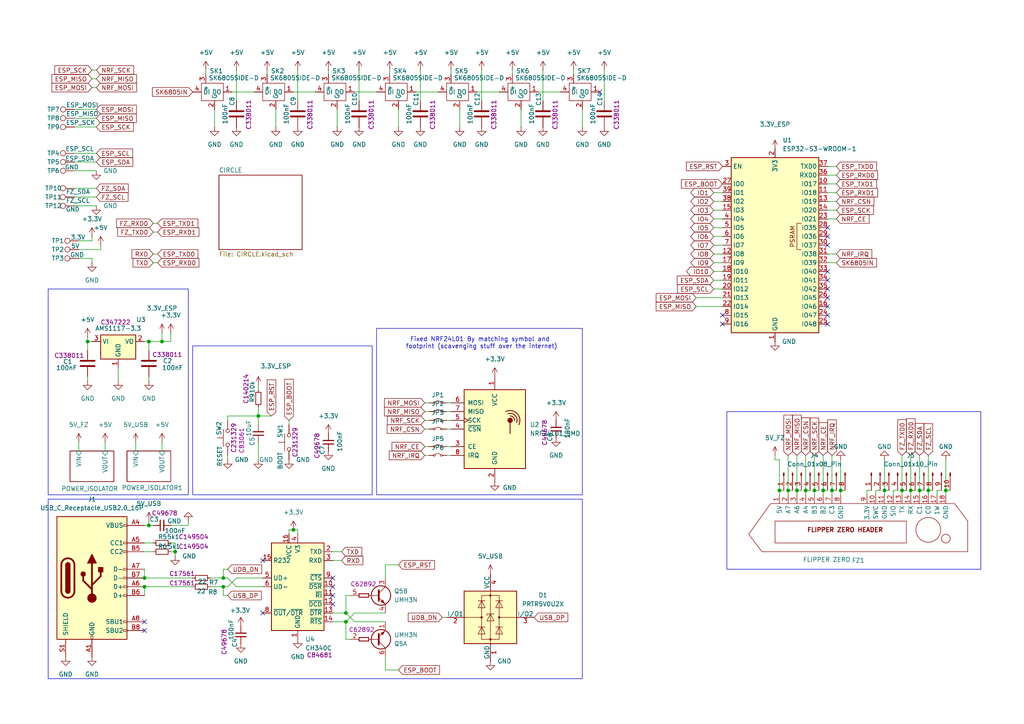
<source format=kicad_sch>
(kicad_sch (version 20231120) (generator "eeschema") (generator_version "8.0")
  (paper "A4")
  (junction (at 238.76 142.24))
  (junction (at 43.18 99.06))
  (junction (at 25.4 99.06))
  (junction (at 241.3 142.24))
  (junction (at 64.77 170.18))
  (junction (at 233.68 142.24))
  (junction (at 41.91 167.64))
  (junction (at 43.18 152.4))
  (junction (at 231.14 142.24))
  (junction (at 274.32 142.24))
  (junction (at 85.09 153.67))
  (junction (at 264.16 142.24))
  (junction (at 74.93 120.65))
  (junction (at 50.8 160.02))
  (junction (at 46.99 99.06))
  (junction (at 236.22 142.24))
  (junction (at 266.7 142.24))
  (junction (at 100.33 177.8))
  (junction (at 243.84 142.24))
  (junction (at 100.33 180.34))
  (junction (at 64.77 167.64))
  (junction (at 269.24 142.24))
  (junction (at 256.54 142.24))
  (junction (at 228.6 142.24))
  (junction (at 226.06 142.24))
  (junction (at 41.91 170.18))
  (junction (at 261.62 142.24))
  (no_connect (at 240.03 68.58))
  (no_connect (at 240.03 91.44))
  (no_connect (at 173.99 26.67))
  (no_connect (at 240.03 78.74))
  (no_connect (at 76.2 162.56))
  (no_connect (at 209.55 93.98))
  (no_connect (at 41.91 180.34))
  (no_connect (at 96.52 167.64))
  (no_connect (at 240.03 83.82))
  (no_connect (at 96.52 170.18))
  (no_connect (at 96.52 175.26))
  (no_connect (at 96.52 172.72))
  (no_connect (at 209.55 91.44))
  (no_connect (at 41.91 182.88))
  (no_connect (at 240.03 81.28))
  (no_connect (at 240.03 66.04))
  (no_connect (at 76.2 177.8))
  (no_connect (at 240.03 71.12))
  (no_connect (at 240.03 86.36))
  (no_connect (at 240.03 88.9))
  (no_connect (at 240.03 93.98))
  (wire (pts (xy 133.35 31.75) (xy 133.35 36.83)))
  (wire (pts (xy 41.91 157.48) (xy 44.45 157.48)))
  (wire (pts (xy 207.01 73.66) (xy 209.55 73.66)))
  (wire (pts (xy 100.33 185.42) (xy 101.6 185.42)))
  (wire (pts (xy 46.99 96.52) (xy 46.99 99.06)))
  (wire (pts (xy 41.91 99.06) (xy 43.18 99.06)))
  (wire (pts (xy 41.91 167.64) (xy 55.88 167.64)))
  (wire (pts (xy 148.59 20.32) (xy 148.59 21.59)))
  (wire (pts (xy 96.52 177.8) (xy 100.33 177.8)))
  (wire (pts (xy 231.14 142.24) (xy 231.14 143.51)))
  (wire (pts (xy 83.82 154.94) (xy 83.82 153.67)))
  (wire (pts (xy 102.87 26.67) (xy 109.22 26.67)))
  (wire (pts (xy 39.37 128.27) (xy 39.37 130.81)))
  (wire (pts (xy 66.04 167.64) (xy 68.58 170.18)))
  (wire (pts (xy 29.21 72.39) (xy 29.21 71.12)))
  (wire (pts (xy 34.29 110.49) (xy 34.29 106.68)))
  (wire (pts (xy 26.67 69.85) (xy 26.67 68.58)))
  (wire (pts (xy 264.16 132.08) (xy 264.16 142.24)))
  (wire (pts (xy 207.01 58.42) (xy 209.55 58.42)))
  (wire (pts (xy 266.7 142.24) (xy 266.7 143.51)))
  (wire (pts (xy 138.43 26.67) (xy 144.78 26.67)))
  (wire (pts (xy 43.18 152.4) (xy 44.45 152.4)))
  (wire (pts (xy 123.19 132.08) (xy 124.46 132.08)))
  (wire (pts (xy 241.3 132.08) (xy 241.3 142.24)))
  (wire (pts (xy 41.91 152.4) (xy 43.18 152.4)))
  (wire (pts (xy 43.18 110.49) (xy 43.18 109.22)))
  (wire (pts (xy 64.77 165.1) (xy 64.77 167.64)))
  (wire (pts (xy 123.19 121.92) (xy 124.46 121.92)))
  (wire (pts (xy 74.93 120.65) (xy 74.93 123.19)))
  (wire (pts (xy 274.32 142.24) (xy 274.32 143.51)))
  (wire (pts (xy 102.87 180.34) (xy 111.76 180.34)))
  (wire (pts (xy 242.57 76.2) (xy 240.03 76.2)))
  (wire (pts (xy 274.32 133.35) (xy 274.32 142.24)))
  (wire (pts (xy 46.99 130.81) (xy 46.99 128.27)))
  (wire (pts (xy 25.4 97.79) (xy 25.4 99.06)))
  (wire (pts (xy 86.36 20.32) (xy 86.36 29.21)))
  (wire (pts (xy 233.68 142.24) (xy 233.68 143.51)))
  (wire (pts (xy 41.91 165.1) (xy 41.91 167.64)))
  (wire (pts (xy 74.93 111.76) (xy 74.93 113.03)))
  (wire (pts (xy 46.99 99.06) (xy 49.53 99.06)))
  (wire (pts (xy 44.45 76.2) (xy 45.72 76.2)))
  (wire (pts (xy 207.01 63.5) (xy 209.55 63.5)))
  (wire (pts (xy 269.24 142.24) (xy 269.24 143.51)))
  (wire (pts (xy 271.78 142.24) (xy 271.78 143.51)))
  (wire (pts (xy 68.58 167.64) (xy 76.2 167.64)))
  (wire (pts (xy 264.16 142.24) (xy 264.16 143.51)))
  (wire (pts (xy 27.94 57.15) (xy 21.59 57.15)))
  (wire (pts (xy 261.62 142.24) (xy 261.62 143.51)))
  (wire (pts (xy 62.23 31.75) (xy 62.23 36.83)))
  (wire (pts (xy 139.7 20.32) (xy 139.7 29.21)))
  (wire (pts (xy 266.7 132.08) (xy 266.7 142.24)))
  (wire (pts (xy 123.19 119.38) (xy 124.46 119.38)))
  (wire (pts (xy 60.96 167.64) (xy 64.77 167.64)))
  (wire (pts (xy 66.04 172.72) (xy 64.77 172.72)))
  (wire (pts (xy 49.53 157.48) (xy 50.8 157.48)))
  (wire (pts (xy 74.93 128.27) (xy 74.93 133.35)))
  (wire (pts (xy 49.53 96.52) (xy 49.53 99.06)))
  (wire (pts (xy 97.79 31.75) (xy 97.79 36.83)))
  (wire (pts (xy 26.67 20.32) (xy 27.94 20.32)))
  (wire (pts (xy 111.76 163.83) (xy 115.57 163.83)))
  (wire (pts (xy 207.01 66.04) (xy 209.55 66.04)))
  (wire (pts (xy 50.8 160.02) (xy 50.8 161.29)))
  (wire (pts (xy 242.57 73.66) (xy 240.03 73.66)))
  (wire (pts (xy 251.46 142.24) (xy 252.73 142.24)))
  (wire (pts (xy 129.54 121.92) (xy 130.81 121.92)))
  (wire (pts (xy 261.62 142.24) (xy 262.89 142.24)))
  (wire (pts (xy 120.65 26.67) (xy 127 26.67)))
  (wire (pts (xy 123.19 116.84) (xy 124.46 116.84)))
  (wire (pts (xy 241.3 142.24) (xy 242.57 142.24)))
  (wire (pts (xy 66.04 120.65) (xy 74.93 120.65)))
  (wire (pts (xy 129.54 119.38) (xy 130.81 119.38)))
  (wire (pts (xy 201.93 88.9) (xy 209.55 88.9)))
  (wire (pts (xy 26.67 74.93) (xy 26.67 76.2)))
  (wire (pts (xy 64.77 167.64) (xy 66.04 167.64)))
  (wire (pts (xy 254 142.24) (xy 254 143.51)))
  (wire (pts (xy 242.57 50.8) (xy 240.03 50.8)))
  (wire (pts (xy 242.57 48.26) (xy 240.03 48.26)))
  (wire (pts (xy 274.32 142.24) (xy 275.59 142.24)))
  (wire (pts (xy 236.22 142.24) (xy 237.49 142.24)))
  (wire (pts (xy 129.54 116.84) (xy 130.81 116.84)))
  (wire (pts (xy 233.68 142.24) (xy 234.95 142.24)))
  (wire (pts (xy 44.45 67.31) (xy 45.72 67.31)))
  (wire (pts (xy 50.8 160.02) (xy 49.53 160.02)))
  (wire (pts (xy 43.18 151.13) (xy 43.18 152.4)))
  (wire (pts (xy 243.84 142.24) (xy 245.11 142.24)))
  (wire (pts (xy 242.57 53.34) (xy 240.03 53.34)))
  (wire (pts (xy 207.01 83.82) (xy 209.55 83.82)))
  (wire (pts (xy 156.21 26.67) (xy 162.56 26.67)))
  (wire (pts (xy 242.57 60.96) (xy 240.03 60.96)))
  (wire (pts (xy 25.4 110.49) (xy 25.4 109.22)))
  (wire (pts (xy 100.33 177.8) (xy 102.87 180.34)))
  (wire (pts (xy 21.59 36.83) (xy 27.94 36.83)))
  (wire (pts (xy 123.19 129.54) (xy 124.46 129.54)))
  (wire (pts (xy 207.01 68.58) (xy 209.55 68.58)))
  (wire (pts (xy 83.82 121.92) (xy 83.82 123.19)))
  (wire (pts (xy 100.33 172.72) (xy 101.6 172.72)))
  (wire (pts (xy 260.35 142.24) (xy 259.08 142.24)))
  (wire (pts (xy 67.31 26.67) (xy 73.66 26.67)))
  (wire (pts (xy 95.25 20.32) (xy 95.25 21.59)))
  (wire (pts (xy 96.52 180.34) (xy 100.33 180.34)))
  (wire (pts (xy 83.82 153.67) (xy 85.09 153.67)))
  (wire (pts (xy 66.04 121.92) (xy 66.04 120.65)))
  (wire (pts (xy 121.92 20.32) (xy 121.92 29.21)))
  (wire (pts (xy 74.93 118.11) (xy 74.93 120.65)))
  (wire (pts (xy 228.6 132.08) (xy 228.6 142.24)))
  (wire (pts (xy 175.26 20.32) (xy 175.26 29.21)))
  (wire (pts (xy 111.76 190.5) (xy 111.76 194.31)))
  (wire (pts (xy 46.99 99.06) (xy 43.18 99.06)))
  (wire (pts (xy 26.67 25.4) (xy 27.94 25.4)))
  (wire (pts (xy 228.6 142.24) (xy 228.6 143.51)))
  (wire (pts (xy 236.22 132.08) (xy 236.22 142.24)))
  (wire (pts (xy 68.58 20.32) (xy 68.58 29.21)))
  (wire (pts (xy 86.36 153.67) (xy 86.36 154.94)))
  (wire (pts (xy 266.7 142.24) (xy 267.97 142.24)))
  (wire (pts (xy 224.79 132.08) (xy 224.79 133.35)))
  (wire (pts (xy 100.33 180.34) (xy 100.33 185.42)))
  (wire (pts (xy 96.52 160.02) (xy 99.06 160.02)))
  (wire (pts (xy 166.37 20.32) (xy 166.37 21.59)))
  (wire (pts (xy 168.91 31.75) (xy 168.91 36.83)))
  (wire (pts (xy 30.48 130.81) (xy 30.48 128.27)))
  (wire (pts (xy 44.45 64.77) (xy 45.72 64.77)))
  (wire (pts (xy 66.04 132.08) (xy 66.04 133.35)))
  (wire (pts (xy 21.59 31.75) (xy 27.94 31.75)))
  (wire (pts (xy 207.01 78.74) (xy 209.55 78.74)))
  (wire (pts (xy 129.54 124.46) (xy 130.81 124.46)))
  (wire (pts (xy 22.86 72.39) (xy 29.21 72.39)))
  (wire (pts (xy 254 142.24) (xy 255.27 142.24)))
  (wire (pts (xy 233.68 132.08) (xy 233.68 142.24)))
  (wire (pts (xy 226.06 133.35) (xy 226.06 142.24)))
  (wire (pts (xy 100.33 172.72) (xy 100.33 177.8)))
  (wire (pts (xy 41.91 170.18) (xy 41.91 172.72)))
  (wire (pts (xy 115.57 31.75) (xy 115.57 36.83)))
  (wire (pts (xy 259.08 142.24) (xy 259.08 143.51)))
  (wire (pts (xy 22.86 128.27) (xy 22.86 130.81)))
  (wire (pts (xy 27.94 59.69) (xy 21.59 59.69)))
  (wire (pts (xy 66.04 165.1) (xy 64.77 165.1)))
  (wire (pts (xy 59.69 20.32) (xy 59.69 21.59)))
  (wire (pts (xy 41.91 160.02) (xy 44.45 160.02)))
  (wire (pts (xy 54.61 152.4) (xy 49.53 152.4)))
  (wire (pts (xy 21.59 46.99) (xy 27.94 46.99)))
  (wire (pts (xy 269.24 142.24) (xy 270.51 142.24)))
  (wire (pts (xy 104.14 20.32) (xy 104.14 29.21)))
  (wire (pts (xy 85.09 153.67) (xy 86.36 153.67)))
  (wire (pts (xy 207.01 71.12) (xy 209.55 71.12)))
  (wire (pts (xy 256.54 142.24) (xy 257.81 142.24)))
  (wire (pts (xy 64.77 170.18) (xy 60.96 170.18)))
  (wire (pts (xy 50.8 157.48) (xy 50.8 160.02)))
  (wire (pts (xy 129.54 132.08) (xy 130.81 132.08)))
  (wire (pts (xy 269.24 132.08) (xy 269.24 142.24)))
  (wire (pts (xy 236.22 142.24) (xy 236.22 143.51)))
  (wire (pts (xy 231.14 142.24) (xy 232.41 142.24)))
  (wire (pts (xy 85.09 26.67) (xy 91.44 26.67)))
  (wire (pts (xy 242.57 63.5) (xy 240.03 63.5)))
  (wire (pts (xy 201.93 86.36) (xy 209.55 86.36)))
  (wire (pts (xy 238.76 142.24) (xy 240.03 142.24)))
  (wire (pts (xy 22.86 74.93) (xy 26.67 74.93)))
  (wire (pts (xy 226.06 142.24) (xy 226.06 143.51)))
  (wire (pts (xy 256.54 142.24) (xy 256.54 143.51)))
  (wire (pts (xy 231.14 132.08) (xy 231.14 142.24)))
  (wire (pts (xy 66.04 170.18) (xy 64.77 170.18)))
  (wire (pts (xy 21.59 34.29) (xy 27.94 34.29)))
  (wire (pts (xy 207.01 76.2) (xy 209.55 76.2)))
  (wire (pts (xy 64.77 172.72) (xy 64.77 170.18)))
  (wire (pts (xy 151.13 31.75) (xy 151.13 36.83)))
  (wire (pts (xy 27.94 54.61) (xy 21.59 54.61)))
  (wire (pts (xy 256.54 133.35) (xy 256.54 142.24)))
  (wire (pts (xy 96.52 162.56) (xy 99.06 162.56)))
  (wire (pts (xy 43.18 99.06) (xy 43.18 101.6)))
  (wire (pts (xy 129.54 129.54) (xy 130.81 129.54)))
  (wire (pts (xy 77.47 20.32) (xy 77.47 21.59)))
  (wire (pts (xy 80.01 31.75) (xy 80.01 36.83)))
  (wire (pts (xy 102.87 177.8) (xy 100.33 180.34)))
  (wire (pts (xy 74.93 120.65) (xy 78.74 120.65)))
  (wire (pts (xy 21.59 49.53) (xy 27.94 49.53)))
  (wire (pts (xy 207.01 60.96) (xy 209.55 60.96)))
  (wire (pts (xy 238.76 132.08) (xy 238.76 142.24)))
  (wire (pts (xy 207.01 55.88) (xy 209.55 55.88)))
  (wire (pts (xy 242.57 55.88) (xy 240.03 55.88)))
  (wire (pts (xy 41.91 170.18) (xy 55.88 170.18)))
  (wire (pts (xy 207.01 81.28) (xy 209.55 81.28)))
  (wire (pts (xy 243.84 133.35) (xy 243.84 142.24)))
  (wire (pts (xy 261.62 132.08) (xy 261.62 142.24)))
  (wire (pts (xy 264.16 142.24) (xy 265.43 142.24)))
  (wire (pts (xy 242.57 58.42) (xy 240.03 58.42)))
  (wire (pts (xy 54.61 151.13) (xy 54.61 152.4)))
  (wire (pts (xy 26.67 22.86) (xy 27.94 22.86)))
  (wire (pts (xy 26.67 99.06) (xy 25.4 99.06)))
  (wire (pts (xy 251.46 142.24) (xy 251.46 143.51)))
  (wire (pts (xy 226.06 142.24) (xy 227.33 142.24)))
  (wire (pts (xy 224.79 133.35) (xy 226.06 133.35)))
  (wire (pts (xy 273.05 142.24) (xy 271.78 142.24)))
  (wire (pts (xy 130.81 20.32) (xy 130.81 21.59)))
  (wire (pts (xy 25.4 99.06) (xy 25.4 101.6)))
  (wire (pts (xy 157.48 20.32) (xy 157.48 29.21)))
  (wire (pts (xy 228.6 142.24) (xy 229.87 142.24)))
  (wire (pts (xy 21.59 44.45) (xy 27.94 44.45)))
  (wire (pts (xy 111.76 167.64) (xy 111.76 163.83)))
  (wire (pts (xy 44.45 73.66) (xy 45.72 73.66)))
  (wire (pts (xy 113.03 20.32) (xy 113.03 21.59)))
  (wire (pts (xy 68.58 170.18) (xy 76.2 170.18)))
  (wire (pts (xy 111.76 177.8) (xy 102.87 177.8)))
  (wire (pts (xy 129.54 179.07) (xy 128.27 179.07)))
  (wire (pts (xy 22.86 69.85) (xy 26.67 69.85)))
  (wire (pts (xy 68.58 167.64) (xy 66.04 170.18)))
  (wire (pts (xy 238.76 142.24) (xy 238.76 143.51)))
  (wire (pts (xy 243.84 142.24) (xy 243.84 143.51)))
  (wire (pts (xy 123.19 124.46) (xy 124.46 124.46)))
  (wire (pts (xy 111.76 194.31) (xy 115.57 194.31)))
  (wire (pts (xy 241.3 142.24) (xy 241.3 143.51)))
  (rectangle (start 55.88 100.33) (end 107.95 143.51))
  (rectangle (start 13.97 83.82) (end 54.61 143.51))
  (rectangle (start 109.22 95.25) (end 168.91 143.51))
  (rectangle (start 210.82 119.38) (end 284.48 165.1))
  (rectangle (start 13.97 144.78) (end 168.91 196.85))
  (text "Fixed NRF24L01 By matching symbol and \nfootprint (scavenging stuff over the internet)" (at 139.7 99.568 0) (effects (font (size 1.27 1.27))))
  (global_label "ESP_SDA" (shape input) (at 27.94 46.99 0) (property "Intersheetrefs" "${INTERSHEET_REFS}" (effects (hide yes))))
  (global_label "NRF_MOSI" (shape input) (at 27.94 25.4 0) (property "Intersheetrefs" "${INTERSHEET_REFS}" (effects (hide yes))))
  (global_label "NRF_CSN" (shape input) (at 123.19 124.46 180) (property "Intersheetrefs" "${INTERSHEET_REFS}" (effects (hide yes))))
  (global_label "ESP_SCL" (shape input) (at 27.94 44.45 0) (property "Intersheetrefs" "${INTERSHEET_REFS}" (effects (hide yes))))
  (global_label "ESP_RXD0" (shape input) (at 242.57 50.8 0) (property "Intersheetrefs" "${INTERSHEET_REFS}" (effects (hide yes))))
  (global_label "FZ_RXD0" (shape input) (at 264.16 132.08 90) (property "Intersheetrefs" "${INTERSHEET_REFS}" (effects (hide yes))))
  (global_label "ESP_RXD1" (shape input) (at 45.72 67.31 0) (property "Intersheetrefs" "${INTERSHEET_REFS}" (effects (hide yes))))
  (global_label "IO10" (shape bidirectional) (at 207.01 78.74 180) (property "Intersheetrefs" "${INTERSHEET_REFS}" (effects (hide yes))))
  (global_label "ESP_RXD1" (shape input) (at 242.57 55.88 0) (property "Intersheetrefs" "${INTERSHEET_REFS}" (effects (hide yes))))
  (global_label "ESP_SCK" (shape input) (at 26.67 20.32 180) (property "Intersheetrefs" "${INTERSHEET_REFS}" (effects (hide yes))))
  (global_label "ESP_MOSI" (shape input) (at 201.93 86.36 180) (property "Intersheetrefs" "${INTERSHEET_REFS}" (effects (hide yes))))
  (global_label "ESP_MOSI" (shape input) (at 26.67 25.4 180) (property "Intersheetrefs" "${INTERSHEET_REFS}" (effects (hide yes))))
  (global_label "TXD" (shape input) (at 44.45 76.2 180) (property "Intersheetrefs" "${INTERSHEET_REFS}" (effects (hide yes))))
  (global_label "NRF_MISO" (shape input) (at 27.94 22.86 0) (property "Intersheetrefs" "${INTERSHEET_REFS}" (effects (hide yes))))
  (global_label "NRF_SCK" (shape input) (at 27.94 20.32 0) (property "Intersheetrefs" "${INTERSHEET_REFS}" (effects (hide yes))))
  (global_label "FZ_RXD0" (shape input) (at 44.45 64.77 180) (property "Intersheetrefs" "${INTERSHEET_REFS}" (effects (hide yes))))
  (global_label "IO1" (shape bidirectional) (at 207.01 55.88 180) (property "Intersheetrefs" "${INTERSHEET_REFS}" (effects (hide yes))))
  (global_label "ESP_BOOT" (shape input) (at 209.55 53.34 180) (property "Intersheetrefs" "${INTERSHEET_REFS}" (effects (hide yes))))
  (global_label "ESP_MISO" (shape input) (at 27.94 34.29 0) (property "Intersheetrefs" "${INTERSHEET_REFS}" (effects (hide yes))))
  (global_label "ESP_BOOT" (shape input) (at 115.57 194.31 0) (property "Intersheetrefs" "${INTERSHEET_REFS}" (effects (hide yes))))
  (global_label "NRF_IRQ" (shape input) (at 241.3 132.08 90) (property "Intersheetrefs" "${INTERSHEET_REFS}" (effects (hide yes))))
  (global_label "ESP_SCK" (shape input) (at 242.57 60.96 0) (property "Intersheetrefs" "${INTERSHEET_REFS}" (effects (hide yes))))
  (global_label "NRF_MOSI" (shape input) (at 123.19 116.84 180) (property "Intersheetrefs" "${INTERSHEET_REFS}" (effects (hide yes))))
  (global_label "IO3" (shape bidirectional) (at 207.01 60.96 180) (property "Intersheetrefs" "${INTERSHEET_REFS}" (effects (hide yes))))
  (global_label "ESP_RST" (shape input) (at 78.74 120.65 90) (property "Intersheetrefs" "${INTERSHEET_REFS}" (effects (hide yes))))
  (global_label "TXD" (shape input) (at 99.06 160.02 0) (property "Intersheetrefs" "${INTERSHEET_REFS}" (effects (hide yes))))
  (global_label "ESP_SCK" (shape input) (at 27.94 36.83 0) (property "Intersheetrefs" "${INTERSHEET_REFS}" (effects (hide yes))))
  (global_label "NRF_SCK" (shape input) (at 236.22 132.08 90) (property "Intersheetrefs" "${INTERSHEET_REFS}" (effects (hide yes))))
  (global_label "UDB_DN" (shape input) (at 128.27 179.07 180) (property "Intersheetrefs" "${INTERSHEET_REFS}" (effects (hide yes))))
  (global_label "NRF_MOSI" (shape input) (at 228.6 132.08 90) (property "Intersheetrefs" "${INTERSHEET_REFS}" (effects (hide yes))))
  (global_label "FZ_SDA" (shape input) (at 27.94 54.61 0) (property "Intersheetrefs" "${INTERSHEET_REFS}" (effects (hide yes))))
  (global_label "RXD" (shape input) (at 44.45 73.66 180) (property "Intersheetrefs" "${INTERSHEET_REFS}" (effects (hide yes))))
  (global_label "NRF_MISO" (shape input) (at 123.19 119.38 180) (property "Intersheetrefs" "${INTERSHEET_REFS}" (effects (hide yes))))
  (global_label "ESP_RST" (shape input) (at 115.57 163.83 0) (property "Intersheetrefs" "${INTERSHEET_REFS}" (effects (hide yes))))
  (global_label "NRF_CSN" (shape input) (at 233.68 132.08 90) (property "Intersheetrefs" "${INTERSHEET_REFS}" (effects (hide yes))))
  (global_label "UDB_DN" (shape input) (at 66.04 165.1 0) (property "Intersheetrefs" "${INTERSHEET_REFS}" (effects (hide yes))))
  (global_label "ESP_RST" (shape input) (at 209.55 48.26 180) (property "Intersheetrefs" "${INTERSHEET_REFS}" (effects (hide yes))))
  (global_label "NRF_CSN" (shape input) (at 242.57 58.42 0) (property "Intersheetrefs" "${INTERSHEET_REFS}" (effects (hide yes))))
  (global_label "ESP_TXD1" (shape input) (at 45.72 64.77 0) (property "Intersheetrefs" "${INTERSHEET_REFS}" (effects (hide yes))))
  (global_label "NRF_SCK" (shape input) (at 123.19 121.92 180) (property "Intersheetrefs" "${INTERSHEET_REFS}" (effects (hide yes))))
  (global_label "IO8" (shape bidirectional) (at 207.01 73.66 180) (property "Intersheetrefs" "${INTERSHEET_REFS}" (effects (hide yes))))
  (global_label "ESP_TXD1" (shape input) (at 242.57 53.34 0) (property "Intersheetrefs" "${INTERSHEET_REFS}" (effects (hide yes))))
  (global_label "ESP_SDA" (shape input) (at 207.01 81.28 180) (property "Intersheetrefs" "${INTERSHEET_REFS}" (effects (hide yes))))
  (global_label "IO6" (shape bidirectional) (at 207.01 68.58 180) (property "Intersheetrefs" "${INTERSHEET_REFS}" (effects (hide yes))))
  (global_label "FZ_SCL" (shape input) (at 27.94 57.15 0) (property "Intersheetrefs" "${INTERSHEET_REFS}" (effects (hide yes))))
  (global_label "NRF_CE" (shape input) (at 123.19 129.54 180) (property "Intersheetrefs" "${INTERSHEET_REFS}" (effects (hide yes))))
  (global_label "FZ_SCL" (shape input) (at 269.24 132.08 90) (property "Intersheetrefs" "${INTERSHEET_REFS}" (effects (hide yes))))
  (global_label "ESP_MOSI" (shape input) (at 27.94 31.75 0) (property "Intersheetrefs" "${INTERSHEET_REFS}" (effects (hide yes))))
  (global_label "NRF_IRQ" (shape input) (at 242.57 73.66 0) (property "Intersheetrefs" "${INTERSHEET_REFS}" (effects (hide yes))))
  (global_label "ESP_BOOT" (shape input) (at 83.82 121.92 90) (property "Intersheetrefs" "${INTERSHEET_REFS}" (effects (hide yes))))
  (global_label "ESP_RXD0" (shape input) (at 45.72 76.2 0) (property "Intersheetrefs" "${INTERSHEET_REFS}" (effects (hide yes))))
  (global_label "NRF_CE" (shape input) (at 242.57 63.5 0) (property "Intersheetrefs" "${INTERSHEET_REFS}" (effects (hide yes))))
  (global_label "IO5" (shape bidirectional) (at 207.01 66.04 180) (property "Intersheetrefs" "${INTERSHEET_REFS}" (effects (hide yes))))
  (global_label "ESP_TXD0" (shape input) (at 45.72 73.66 0) (property "Intersheetrefs" "${INTERSHEET_REFS}" (effects (hide yes))))
  (global_label "SK6805IN" (shape input) (at 242.57 76.2 0) (property "Intersheetrefs" "${INTERSHEET_REFS}" (effects (hide yes))))
  (global_label "NRF_MISO" (shape input) (at 231.14 132.08 90) (property "Intersheetrefs" "${INTERSHEET_REFS}" (effects (hide yes))))
  (global_label "ESP_SCL" (shape input) (at 207.01 83.82 180) (property "Intersheetrefs" "${INTERSHEET_REFS}" (effects (hide yes))))
  (global_label "IO2" (shape bidirectional) (at 207.01 58.42 180) (property "Intersheetrefs" "${INTERSHEET_REFS}" (effects (hide yes))))
  (global_label "RXD" (shape input) (at 99.06 162.56 0) (property "Intersheetrefs" "${INTERSHEET_REFS}" (effects (hide yes))))
  (global_label "NRF_IRQ" (shape input) (at 123.19 132.08 180) (property "Intersheetrefs" "${INTERSHEET_REFS}" (effects (hide yes))))
  (global_label "FZ_SDA" (shape input) (at 266.7 132.08 90) (property "Intersheetrefs" "${INTERSHEET_REFS}" (effects (hide yes))))
  (global_label "ESP_MISO" (shape input) (at 26.67 22.86 180) (property "Intersheetrefs" "${INTERSHEET_REFS}" (effects (hide yes))))
  (global_label "IO4" (shape bidirectional) (at 207.01 63.5 180) (property "Intersheetrefs" "${INTERSHEET_REFS}" (effects (hide yes))))
  (global_label "NRF_CE" (shape input) (at 238.76 132.08 90) (property "Intersheetrefs" "${INTERSHEET_REFS}" (effects (hide yes))))
  (global_label "USB_DP" (shape input) (at 66.04 172.72 0) (property "Intersheetrefs" "${INTERSHEET_REFS}" (effects (hide yes))))
  (global_label "SK6805IN" (shape input) (at 55.88 26.67 180) (property "Intersheetrefs" "${INTERSHEET_REFS}" (effects (hide yes))))
  (global_label "FZ_TXD0" (shape input) (at 261.62 132.08 90) (property "Intersheetrefs" "${INTERSHEET_REFS}" (effects (hide yes))))
  (global_label "ESP_TXD0" (shape input) (at 242.57 48.26 0) (property "Intersheetrefs" "${INTERSHEET_REFS}" (effects (hide yes))))
  (global_label "ESP_MISO" (shape input) (at 201.93 88.9 180) (property "Intersheetrefs" "${INTERSHEET_REFS}" (effects (hide yes))))
  (global_label "USB_DP" (shape input) (at 154.94 179.07 0) (property "Intersheetrefs" "${INTERSHEET_REFS}" (effects (hide yes))))
  (global_label "IO9" (shape bidirectional) (at 207.01 76.2 180) (property "Intersheetrefs" "${INTERSHEET_REFS}" (effects (hide yes))))
  (global_label "IO7" (shape bidirectional) (at 207.01 71.12 180) (property "Intersheetrefs" "${INTERSHEET_REFS}" (effects (hide yes))))
  (global_label "FZ_TXD0" (shape input) (at 44.45 67.31 180) (property "Intersheetrefs" "${INTERSHEET_REFS}" (effects (hide yes))))
  (symbol (lib_id "power:GND") (at 86.36 36.83 0) (unit 1)
    (property "Reference" "#PWR054" (effects (hide yes)))
    (property "Value" "GND" (at 86.36 41.91 0))
    (property "Description" "Power symbol creates a global label with name \"GND\" , ground" (effects (hide yes)))
  )
  (symbol (lib_id "power:GND") (at 19.05 190.5 0) (unit 1)
    (property "Reference" "#PWR019" (effects (hide yes)))
    (property "Value" "GND" (at 19.05 195.58 0))
    (property "Description" "Power symbol creates a global label with name \"GND\" , ground" (effects (hide yes)))
  )
  (symbol (lib_id "power:GND") (at 62.23 36.83 0) (unit 1)
    (property "Reference" "#PWR049" (effects (hide yes)))
    (property "Value" "GND" (at 62.23 41.91 0))
    (property "Description" "Power symbol creates a global label with name \"GND\" , ground" (effects (hide yes)))
  )
  (symbol (lib_id "Connector:TestPoint") (at 21.59 46.99 90) (unit 1)
    (property "Reference" "TP5" (at 15.494 46.99 90))
    (property "Value" "ESP_SDA" (at 23.114 45.974 90))
    (property "Footprint" "TestPoint:TestPoint_Pad_D2.5mm" (effects (hide yes)))
    (property "Description" "test point" (effects (hide yes)))
  )
  (symbol (lib_id "power:+5V") (at 157.48 20.32 0) (unit 1)
    (property "Reference" "#PWR069" (effects (hide yes)))
    (property "Value" "+5V" (at 157.48 15.24 0))
    (property "Description" "Power symbol creates a global label with name \"+5V\"" (effects (hide yes)))
  )
  (symbol (lib_id "power:+3.3V") (at 143.51 109.22 0) (unit 1)
    (property "Reference" "#PWR017" (effects (hide yes)))
    (property "Value" "+3.3V" (at 143.51 104.14 0))
    (property "Description" "Power symbol creates a global label with name \"+3.3V\"" (effects (hide yes)))
  )
  (symbol (lib_id "power:+5V") (at 29.21 71.12 0) (unit 1)
    (property "Reference" "#PWR030" (effects (hide yes)))
    (property "Value" "+5V" (at 29.21 66.04 0))
    (property "Description" "Power symbol creates a global label with name \"+5V\"" (effects (hide yes)))
  )
  (symbol (lib_id "power:GND") (at 83.82 133.35 0) (unit 1)
    (property "Reference" "#PWR032" (effects (hide yes)))
    (property "Value" "GND" (at 87.884 133.35 0))
    (property "Description" "Power symbol creates a global label with name \"GND\" , ground" (effects (hide yes)))
  )
  (symbol (lib_id "power:+5V") (at 30.48 128.27 0) (unit 1)
    (property "Reference" "#PWR010" (effects (hide yes)))
    (property "Value" "+5V" (at 30.48 123.19 0))
    (property "Description" "Power symbol creates a global label with name \"+5V\"" (effects (hide yes)))
  )
  (symbol (lib_id "Device:C") (at 25.4 105.41 0) (unit 1)
    (property "Reference" "C1" (at 18.288 104.902 0) (effects (justify left)))
    (property "Value" "100nF" (at 16.256 106.68 0) (effects (justify left)))
    (property "Footprint" "Capacitor_SMD:C_0402_1005Metric" (effects (hide yes)))
    (property "Datasheet" "https://jlcpcb.com/partdetail/Tdk-C1005X5R1C104KT000F/C338011" (effects (hide yes)))
    (property "Description" "Unpolarized capacitor" (effects (hide yes)))
    (property "JLCPCB" "C338011" (at 20.066 103.124 0))
  )
  (symbol (lib_id "Connector:TestPoint") (at 21.59 54.61 90) (unit 1)
    (property "Reference" "TP10" (at 15.494 54.61 90))
    (property "Value" "FZ_SDA" (at 22.606 55.626 90))
    (property "Footprint" "TestPoint:TestPoint_Pad_D2.5mm" (effects (hide yes)))
    (property "Description" "test point" (effects (hide yes)))
  )
  (symbol (lib_id "power:+5V") (at 59.69 20.32 0) (unit 1)
    (property "Reference" "#PWR047" (effects (hide yes)))
    (property "Value" "+5V" (at 59.69 15.24 0))
    (property "Description" "Power symbol creates a global label with name \"+5V\"" (effects (hide yes)))
  )
  (symbol (lib_id "CYBERPUNK_COMPANY_LIB:3.3V_ESP") (at 224.79 43.18 0) (unit 1) (in_bom no) (on_board no)
    (property "Reference" "#PWR037" (effects (hide yes)))
    (property "Value" "3.3V_ESP" (at 224.79 36.068 0))
  )
  (symbol (lib_id "Switch:SW_Push") (at 66.04 127 90) (unit 1)
    (property "Reference" "SW2" (at 63.5 124.206 0))
    (property "Value" "RESET" (at 63.754 132.334 0))
    (property "Footprint" "Button_Switch_SMD:SW_SPST_B3U-1000P" (effects (hide yes)))
    (property "Description" "Push button switch, generic, two pins" (effects (hide yes)))
    (property "JLCPCB" "C231329" (at 67.818 127 0))
  )
  (symbol (lib_id "power:GND") (at 43.18 110.49 0) (unit 1)
    (property "Reference" "#PWR03" (effects (hide yes)))
    (property "Value" "GND" (at 43.18 115.57 0))
    (property "Description" "Power symbol creates a global label with name \"GND\" , ground" (effects (hide yes)))
  )
  (symbol (lib_id "RF_Module:ESP32-S3-WROOM-1") (at 224.79 71.12 0) (unit 1)
    (property "Reference" "U1" (at 226.9841 40.64 0) (effects (justify left)))
    (property "Value" "ESP32-S3-WROOM-1" (at 226.9841 43.18 0) (effects (justify left)))
    (property "Footprint" "RF_Module:ESP32-S3-WROOM-1" (effects (hide yes)))
    (property "Datasheet" "https://www.espressif.com/sites/default/files/documentation/esp32-s3-wroom-1_wroom-1u_datasheet_en.pdf" (effects (hide yes)))
    (property "Description" "RF Module, ESP32-S3 SoC, Wi-Fi 802.11b/g/n, Bluetooth, BLE, 32-bit, 3.3V, onboard antenna, SMD" (effects (hide yes)))
  )
  (symbol (lib_id "CYBERPUNK_COMPANY_LIB:SK6805_SIDE_G") (at 132.08 26.67 0) (unit 1)
    (property "Reference" "SK5" (at 133.858 20.574 0))
    (property "Value" "SK6805SIDE-D" (at 138.938 22.606 0))
    (property "Footprint" "CYBERPUNK_COMPANY_LIB:SK6805SIDE-D" (effects (hide yes)))
    (property "Datasheet" "http://www.normandled.com/upload/201912/SK6805SIDE-G%203512%20LED%20Datasheet.pdf" (effects (hide yes)))
    (property "BY" "https://cyberpunk.company/tixlegeek" (effects (hide yes)))
  )
  (symbol (lib_id "power:+5V") (at 166.37 20.32 0) (unit 1)
    (property "Reference" "#PWR071" (effects (hide yes)))
    (property "Value" "+5V" (at 166.37 15.24 0))
    (property "Description" "Power symbol creates a global label with name \"+5V\"" (effects (hide yes)))
  )
  (symbol (lib_id "Jumper:Jumper_2_Small_Bridged") (at 127 124.46 0) (unit 1) (exclude_from_sim yes)
    (property "Reference" "JP4" (at 127 122.174 0))
    (property "Value" "Jumper_2_Small_Bridged" (effects (hide yes)))
    (property "Footprint" "Jumper:SolderJumper-2_P1.3mm_Bridged_RoundedPad1.0x1.5mm" (effects (hide yes)))
    (property "Description" "Jumper, 2-pole, small symbol, bridged" (effects (hide yes)))
  )
  (symbol (lib_id "Jumper:Jumper_2_Small_Bridged") (at 127 121.92 0) (unit 1) (exclude_from_sim yes)
    (property "Reference" "JP3" (at 127 119.634 0))
    (property "Value" "Jumper_2_Small_Bridged" (effects (hide yes)))
    (property "Footprint" "Jumper:SolderJumper-2_P1.3mm_Bridged_RoundedPad1.0x1.5mm" (effects (hide yes)))
    (property "Description" "Jumper, 2-pole, small symbol, bridged" (effects (hide yes)))
  )
  (symbol (lib_id "Connector:TestPoint") (at 22.86 72.39 90) (unit 1)
    (property "Reference" "TP2" (at 16.764 72.39 90))
    (property "Value" "5V" (at 21.844 71.374 90))
    (property "Footprint" "TestPoint:TestPoint_Pad_D2.5mm" (effects (hide yes)))
    (property "Description" "test point" (effects (hide yes)))
  )
  (symbol (lib_id "power:GND") (at 168.91 36.83 0) (unit 1)
    (property "Reference" "#PWR072" (effects (hide yes)))
    (property "Value" "GND" (at 168.91 41.91 0))
    (property "Description" "Power symbol creates a global label with name \"GND\" , ground" (effects (hide yes)))
  )
  (symbol (lib_id "power:+3.3V") (at 85.09 153.67 0) (unit 1)
    (property "Reference" "#PWR026" (effects (hide yes)))
    (property "Value" "+3.3V" (at 85.09 148.59 0))
    (property "Description" "Power symbol creates a global label with name \"+3.3V\"" (effects (hide yes)))
  )
  (symbol (lib_id "power:GND") (at 115.57 36.83 0) (unit 1)
    (property "Reference" "#PWR060" (effects (hide yes)))
    (property "Value" "GND" (at 115.57 41.91 0))
    (property "Description" "Power symbol creates a global label with name \"GND\" , ground" (effects (hide yes)))
  )
  (symbol (lib_id "Transistor_BJT:UMH3N") (at 106.68 172.72 0) (unit 2)
    (property "Reference" "Q5" (at 114.3 171.4499 0) (effects (justify left)))
    (property "Value" "UMH3N" (at 114.3 173.9899 0) (effects (justify left)))
    (property "Footprint" "Package_TO_SOT_SMD:SOT-363_SC-70-6" (effects (hide yes)))
    (property "Datasheet" "https://jlcpcb.com/partdetail/63955-UMH3N/C62892" (effects (hide yes)))
    (property "Description" "0.1A Ic, 50V Vce, Dual NPN Input Resistor Transistors, SOT-363" (effects (hide yes)))
    (property "JLCPCB" "C62892" (at 105.41 169.418 0))
  )
  (symbol (lib_id "Jumper:Jumper_2_Small_Bridged") (at 127 132.08 0) (unit 1) (exclude_from_sim yes)
    (property "Reference" "JP6" (at 127 129.794 0))
    (property "Value" "Jumper_2_Small_Bridged" (effects (hide yes)))
    (property "Footprint" "Jumper:SolderJumper-2_P1.3mm_Bridged_RoundedPad1.0x1.5mm" (effects (hide yes)))
    (property "Description" "Jumper, 2-pole, small symbol, bridged" (effects (hide yes)))
  )
  (symbol (lib_id "Device:C_Small") (at 95.25 128.27 180) (unit 1)
    (property "Reference" "C7" (at 93.472 130.556 90))
    (property "Value" "100nF" (at 98.552 128.016 90))
    (property "Footprint" "Capacitor_SMD:C_0805_2012Metric" (effects (hide yes)))
    (property "Description" "Unpolarized capacitor, small symbol" (effects (hide yes)))
    (property "JLCPCB" "C49678" (at 91.948 129.286 90))
  )
  (symbol (lib_id "power:+3.3V") (at 95.25 125.73 0) (unit 1)
    (property "Reference" "#PWR042" (effects (hide yes)))
    (property "Value" "+3.3V" (at 95.25 120.65 0))
    (property "Description" "Power symbol creates a global label with name \"+3.3V\"" (effects (hide yes)))
  )
  (symbol (lib_id "power:GND") (at 95.25 130.81 0) (unit 1)
    (property "Reference" "#PWR043" (effects (hide yes)))
    (property "Value" "GND" (at 95.25 135.89 0))
    (property "Description" "Power symbol creates a global label with name \"GND\" , ground" (effects (hide yes)))
  )
  (symbol (lib_id "CYBERPUNK_COMPANY_LIB:5V_USB") (at 39.37 128.27 0) (unit 1) (in_bom no) (on_board no)
    (property "Reference" "#PWR013" (effects (hide yes)))
    (property "Value" "5V_USB" (at 39.37 123.19 0))
  )
  (symbol (lib_id "Device:C") (at 175.26 33.02 0) (unit 1)
    (property "Reference" "C14" (at 173.99 30.734 90) (effects (justify left)))
    (property "Value" "100nF" (at 171.958 36.068 90) (effects (justify left)))
    (property "Footprint" "Capacitor_SMD:C_0402_1005Metric" (effects (hide yes)))
    (property "Datasheet" "https://jlcpcb.com/partdetail/Tdk-C1005X5R1C104KT000F/C338011" (effects (hide yes)))
    (property "Description" "Unpolarized capacitor" (effects (hide yes)))
    (property "JLCPCB" "C338011" (at 178.816 33.274 90))
  )
  (symbol (lib_id "CYBERPUNK_COMPANY_LIB:5V_USB") (at 142.24 166.37 0) (unit 1) (in_bom no) (on_board no)
    (property "Reference" "#PWR028" (effects (hide yes)))
    (property "Value" "5V_USB" (at 142.24 161.29 0))
  )
  (symbol (lib_id "power:GND") (at 143.51 139.7 0) (unit 1)
    (property "Reference" "#PWR018" (effects (hide yes)))
    (property "Value" "GND" (at 147.828 141.478 0))
    (property "Description" "Power symbol creates a global label with name \"GND\" , ground" (effects (hide yes)))
  )
  (symbol (lib_id "power:+5V") (at 121.92 20.32 0) (unit 1)
    (property "Reference" "#PWR061" (effects (hide yes)))
    (property "Value" "+5V" (at 121.92 15.24 0))
    (property "Description" "Power symbol creates a global label with name \"+5V\"" (effects (hide yes)))
  )
  (symbol (lib_id "Connector:TestPoint") (at 22.86 74.93 90) (unit 1)
    (property "Reference" "TP3" (at 16.764 74.93 90))
    (property "Value" "GND" (at 22.352 73.914 90))
    (property "Footprint" "TestPoint:TestPoint_Pad_D2.5mm" (effects (hide yes)))
    (property "Description" "test point" (effects (hide yes)))
  )
  (symbol (lib_id "Interface_USB:CH340C") (at 86.36 170.18 0) (unit 1)
    (property "Reference" "U4" (at 88.5541 185.42 0) (effects (justify left)))
    (property "Value" "CH340C" (at 88.5541 187.96 0) (effects (justify left)))
    (property "Footprint" "Package_SO:SOIC-16_3.9x9.9mm_P1.27mm" (effects (hide yes)))
    (property "Datasheet" "https://jlcpcb.com/partdetail/wch_jiangsu_Qin_heng-CH340C/C84681" (effects (hide yes)))
    (property "Description" "USB serial converter, UART, SOIC-16" (effects (hide yes)))
    (property "JLCPCB" "C84681" (at 92.71 189.992 0))
  )
  (symbol (lib_id "CYBERPUNK_COMPANY_LIB:SK6805_SIDE_G") (at 149.86 26.67 0) (unit 1)
    (property "Reference" "SK6" (at 151.638 20.574 0))
    (property "Value" "SK6805SIDE-D" (at 156.718 22.606 0))
    (property "Footprint" "CYBERPUNK_COMPANY_LIB:SK6805SIDE-D" (effects (hide yes)))
    (property "Datasheet" "http://www.normandled.com/upload/201912/SK6805SIDE-G%203512%20LED%20Datasheet.pdf" (effects (hide yes)))
    (property "BY" "https://cyberpunk.company/tixlegeek" (effects (hide yes)))
  )
  (symbol (lib_id "Connector:USB_C_Receptacle_USB2.0_16P") (at 26.67 167.64 0) (unit 1)
    (property "Reference" "J1" (at 26.67 144.78 0))
    (property "Value" "USB_C_Receptacle_USB2.0_16P" (at 26.67 147.32 0))
    (property "Footprint" "Connector_USB:USB_C_Receptacle_GCT_USB4105-xx-A_16P_TopMnt_Horizontal" (effects (hide yes)))
    (property "Datasheet" "https://www.usb.org/sites/default/files/documents/usb_type-c.zip" (effects (hide yes)))
    (property "Description" "USB 2.0-only 16P Type-C Receptacle connector" (effects (hide yes)))
  )
  (symbol (lib_id "power:GND") (at 139.7 36.83 0) (unit 1)
    (property "Reference" "#PWR066" (effects (hide yes)))
    (property "Value" "GND" (at 139.7 41.91 0))
    (property "Description" "Power symbol creates a global label with name \"GND\" , ground" (effects (hide yes)))
  )
  (symbol (lib_id "power:+5V") (at 86.36 20.32 0) (unit 1)
    (property "Reference" "#PWR053" (effects (hide yes)))
    (property "Value" "+5V" (at 86.36 15.24 0))
    (property "Description" "Power symbol creates a global label with name \"+5V\"" (effects (hide yes)))
  )
  (symbol (lib_id "power:+5V") (at 46.99 128.27 0) (unit 1)
    (property "Reference" "#PWR014" (effects (hide yes)))
    (property "Value" "+5V" (at 46.99 123.19 0))
    (property "Description" "Power symbol creates a global label with name \"+5V\"" (effects (hide yes)))
  )
  (symbol (lib_id "Connector:TestPoint") (at 21.59 44.45 90) (unit 1)
    (property "Reference" "TP4" (at 15.494 44.45 90))
    (property "Value" "ESP_SCL" (at 23.114 43.18 90))
    (property "Footprint" "TestPoint:TestPoint_Pad_D2.5mm" (effects (hide yes)))
    (property "Description" "test point" (effects (hide yes)))
  )
  (symbol (lib_id "Connector:TestPoint") (at 21.59 59.69 90) (unit 1)
    (property "Reference" "TP12" (at 15.494 59.69 90))
    (property "Value" "GND" (at 21.082 60.706 90))
    (property "Footprint" "TestPoint:TestPoint_Pad_D2.5mm" (effects (hide yes)))
    (property "Description" "test point" (effects (hide yes)))
  )
  (symbol (lib_id "CYBERPUNK_COMPANY_LIB:SK6805_SIDE_G") (at 167.64 26.67 0) (unit 1)
    (property "Reference" "SK7" (at 169.418 20.574 0))
    (property "Value" "SK6805SIDE-D" (at 174.498 22.606 0))
    (property "Footprint" "CYBERPUNK_COMPANY_LIB:SK6805SIDE-D" (effects (hide yes)))
    (property "Datasheet" "http://www.normandled.com/upload/201912/SK6805SIDE-G%203512%20LED%20Datasheet.pdf" (effects (hide yes)))
    (property "BY" "https://cyberpunk.company/tixlegeek" (effects (hide yes)))
  )
  (symbol (lib_id "CYBERPUNK_COMPANY_LIB:5V_FZ") (at 224.79 132.08 0) (unit 1) (in_bom no) (on_board no)
    (property "Reference" "#PWR06" (effects (hide yes)))
    (property "Value" "5V_FZ" (at 224.79 127 0))
  )
  (symbol (lib_id "Device:R_Small") (at 58.42 167.64 90) (unit 1)
    (property "Reference" "R7" (at 61.976 168.91 90))
    (property "Value" "22" (at 58.674 168.656 90))
    (property "Footprint" "Resistor_SMD:R_0805_2012Metric" (effects (hide yes)))
    (property "Datasheet" "https://jlcpcb.com/partdetail/18249-0805W8F220JT5E/C17561" (effects (hide yes)))
    (property "Description" "Resistor, small symbol" (effects (hide yes)))
    (property "JLCPCB" "C17561" (at 52.832 166.37 90))
  )
  (symbol (lib_id "Connector:TestPoint") (at 22.86 69.85 90) (unit 1)
    (property "Reference" "TP1" (at 16.764 69.85 90))
    (property "Value" "3.3V" (at 22.606 68.834 90))
    (property "Footprint" "TestPoint:TestPoint_Pad_D2.5mm" (effects (hide yes)))
    (property "Description" "test point" (effects (hide yes)))
  )
  (symbol (lib_id "CYBERPUNK_COMPANY_LIB:NRF24L01_SMD") (at 143.51 124.46 0) (unit 1)
    (property "Reference" "U2" (at 153.67 123.1899 0) (effects (justify left)))
    (property "Value" "NRF24L01_SMD" (at 153.67 125.7299 0) (effects (justify left)))
    (property "Footprint" "CYBERPUNK_COMPANY_LIB:NRF24L01-Module-SMD" (effects (hide yes)))
    (property "Datasheet" "http://www.nordicsemi.com/eng/content/download/2730/34105/file/nRF24L01_Product_Specification_v2_0.pdf" (effects (hide yes)))
    (property "Description" "Ultra low power 2.4GHz RF Transceiver, Carrier PCB" (effects (hide yes)))
  )
  (symbol (lib_id "power:GND") (at 157.48 36.83 0) (unit 1)
    (property "Reference" "#PWR070" (effects (hide yes)))
    (property "Value" "GND" (at 157.48 41.91 0))
    (property "Description" "Power symbol creates a global label with name \"GND\" , ground" (effects (hide yes)))
  )
  (symbol (lib_id "CYBERPUNK_COMPANY_LIB:3.3V_ESP") (at 74.93 111.76 0) (unit 1) (in_bom no) (on_board no)
    (property "Reference" "#PWR034" (effects (hide yes)))
    (property "Value" "3.3V_ESP" (at 80.01 106.172 0))
  )
  (symbol (lib_id "Device:C") (at 121.92 33.02 0) (unit 1)
    (property "Reference" "C11" (at 120.65 30.734 90) (effects (justify left)))
    (property "Value" "100nF" (at 118.618 36.068 90) (effects (justify left)))
    (property "Footprint" "Capacitor_SMD:C_0402_1005Metric" (effects (hide yes)))
    (property "Datasheet" "https://jlcpcb.com/partdetail/Tdk-C1005X5R1C104KT000F/C338011" (effects (hide yes)))
    (property "Description" "Unpolarized capacitor" (effects (hide yes)))
    (property "JLCPCB" "C338011" (at 125.476 33.274 90))
  )
  (symbol (lib_id "power:GND") (at 80.01 36.83 0) (unit 1)
    (property "Reference" "#PWR052" (effects (hide yes)))
    (property "Value" "GND" (at 80.01 41.91 0))
    (property "Description" "Power symbol creates a global label with name \"GND\" , ground" (effects (hide yes)))
  )
  (symbol (lib_id "power:GND") (at 27.94 49.53 0) (unit 1)
    (property "Reference" "#PWR039" (effects (hide yes)))
    (property "Value" "GND" (at 32.004 49.53 0))
    (property "Description" "Power symbol creates a global label with name \"GND\" , ground" (effects (hide yes)))
  )
  (symbol (lib_id "power:+5V") (at 77.47 20.32 0) (unit 1)
    (property "Reference" "#PWR051" (effects (hide yes)))
    (property "Value" "+5V" (at 77.47 15.24 0))
    (property "Description" "Power symbol creates a global label with name \"+5V\"" (effects (hide yes)))
  )
  (symbol (lib_id "power:+3.3V") (at 69.85 181.61 0) (unit 1)
    (property "Reference" "#PWR024" (effects (hide yes)))
    (property "Value" "+3.3V" (at 69.596 177.038 0))
    (property "Description" "Power symbol creates a global label with name \"+3.3V\"" (effects (hide yes)))
  )
  (symbol (lib_id "power:GND") (at 224.79 99.06 0) (unit 1)
    (property "Reference" "#PWR031" (effects (hide yes)))
    (property "Value" "GND" (at 228.854 99.06 0))
    (property "Description" "Power symbol creates a global label with name \"GND\" , ground" (effects (hide yes)))
  )
  (symbol (lib_id "power:GND") (at 274.32 133.35 180) (unit 1)
    (property "Reference" "#PWR08" (effects (hide yes)))
    (property "Value" "GND" (at 274.32 129.54 0))
    (property "Description" "Power symbol creates a global label with name \"GND\" , ground" (effects (hide yes)))
  )
  (symbol (lib_id "Device:C_Small") (at 46.99 152.4 90) (unit 1)
    (property "Reference" "C3" (at 44.704 150.622 90))
    (property "Value" "100nF" (at 50.8 153.924 90))
    (property "Footprint" "Capacitor_SMD:C_0805_2012Metric" (effects (hide yes)))
    (property "Description" "Unpolarized capacitor, small symbol" (effects (hide yes)))
    (property "JLCPCB" "C49678" (at 47.752 148.844 90))
  )
  (symbol (lib_id "Device:C_Small") (at 161.29 124.46 180) (unit 1)
    (property "Reference" "C6" (at 159.512 126.746 90))
    (property "Value" "100nF" (at 164.592 124.206 90))
    (property "Footprint" "Capacitor_SMD:C_0805_2012Metric" (effects (hide yes)))
    (property "Description" "Unpolarized capacitor, small symbol" (effects (hide yes)))
    (property "JLCPCB" "C49678" (at 157.988 125.476 90))
  )
  (symbol (lib_id "Connector:TestPoint") (at 21.59 36.83 90) (unit 1)
    (property "Reference" "TP9" (at 15.494 36.83 90))
    (property "Value" "ESP_SCK" (at 23.368 35.56 90))
    (property "Footprint" "TestPoint:TestPoint_Pad_D2.5mm" (effects (hide yes)))
    (property "Description" "test point" (effects (hide yes)))
  )
  (symbol (lib_id "power:GND") (at 104.14 36.83 0) (unit 1)
    (property "Reference" "#PWR058" (effects (hide yes)))
    (property "Value" "GND" (at 104.14 41.91 0))
    (property "Description" "Power symbol creates a global label with name \"GND\" , ground" (effects (hide yes)))
  )
  (symbol (lib_id "Device:C_Small") (at 74.93 125.73 180) (unit 1)
    (property "Reference" "C5" (at 73.152 128.016 90))
    (property "Value" "10uF" (at 72.136 124.206 90))
    (property "Footprint" "Capacitor_SMD:C_0805_2012Metric" (effects (hide yes)))
    (property "Datasheet" "https://jlcpcb.com/parts/componentSearch?searchTxt=10uF" (effects (hide yes)))
    (property "Description" "Unpolarized capacitor, small symbol" (effects (hide yes)))
    (property "JLCPCB" "C83061" (at 70.104 127.762 90))
  )
  (symbol (lib_id "Regulator_Linear:AMS1117-3.3") (at 34.29 99.06 0) (unit 1)
    (property "Reference" "U3" (at 40.894 92.71 0))
    (property "Value" "AMS1117-3.3" (at 34.29 95.25 0))
    (property "Footprint" "Package_TO_SOT_SMD:SOT-223-3_TabPin2" (effects (hide yes)))
    (property "Datasheet" "https://jlcpcb.com/partdetail/323882-AMS1117_33/C347222" (effects (hide yes)))
    (property "Description" "1A Low Dropout regulator, positive, 3.3V fixed output, SOT-223" (effects (hide yes)))
    (property "JLCPCB" "C347222" (at 33.528 93.472 0))
  )
  (symbol (lib_id "Power_Protection:PRTR5V0U2X") (at 142.24 179.07 0) (unit 1)
    (property "Reference" "D1" (at 157.48 172.6498 0))
    (property "Value" "PRTR5V0U2X" (at 157.48 175.1898 0))
    (property "Footprint" "Package_TO_SOT_SMD:SOT-143" (effects (hide yes)))
    (property "Datasheet" "https://jlcpcb.com/partdetail/5798361-PRTR5V0U2X/C5158049" (effects (hide yes)))
    (property "Description" "Ultra low capacitance double rail-to-rail ESD protection diode, SOT-143" (effects (hide yes)))
    (property "JLCPCB" "C5158049" (effects (hide yes)))
  )
  (symbol (lib_id "power:+5V") (at 175.26 20.32 0) (unit 1)
    (property "Reference" "#PWR073" (effects (hide yes)))
    (property "Value" "+5V" (at 175.26 15.24 0))
    (property "Description" "Power symbol creates a global label with name \"+5V\"" (effects (hide yes)))
  )
  (symbol (lib_id "CYBERPUNK_COMPANY_LIB:FLIPPER_ZERO_HEADER") (at 247.65 147.32 0) (unit 1)
    (property "Reference" "FZ1" (at 248.92 162.56 0))
    (property "Value" "FLIPPER ZERO" (at 239.776 162.306 0))
    (property "Footprint" "CYBERPUNK_COMPANY_LIB:FLIPPER_ZERO_HEADER" (effects (hide yes)))
    (property "Datasheet" "https://github.com/flipperdevices/" (effects (hide yes)))
    (property "BY" "https://cyberpunk.company/tixlegeek" (effects (hide yes)))
  )
  (symbol (lib_id "power:+5V") (at 104.14 20.32 0) (unit 1)
    (property "Reference" "#PWR057" (effects (hide yes)))
    (property "Value" "+5V" (at 104.14 15.24 0))
    (property "Description" "Power symbol creates a global label with name \"+5V\"" (effects (hide yes)))
  )
  (symbol (lib_id "power:GND") (at 97.79 36.83 0) (unit 1)
    (property "Reference" "#PWR056" (effects (hide yes)))
    (property "Value" "GND" (at 97.79 41.91 0))
    (property "Description" "Power symbol creates a global label with name \"GND\" , ground" (effects (hide yes)))
  )
  (symbol (lib_id "power:+5V") (at 25.4 97.79 0) (unit 1)
    (property "Reference" "#PWR07" (effects (hide yes)))
    (property "Value" "+5V" (at 25.4 92.71 0))
    (property "Description" "Power symbol creates a global label with name \"+5V\"" (effects (hide yes)))
  )
  (symbol (lib_id "Connector:Conn_01x10_Pin") (at 262.89 137.16 90) (mirror x) (unit 1)
    (property "Reference" "J5" (at 264.16 132.08 90))
    (property "Value" "Conn_01x10_Pin" (at 264.16 134.62 90))
    (property "Footprint" "Connector_PinHeader_2.54mm:PinHeader_1x10_P2.54mm_Horizontal" (effects (hide yes)))
    (property "Description" "Generic connector, single row, 01x10, script generated" (effects (hide yes)))
  )
  (symbol (lib_id "power:GND") (at 25.4 110.49 0) (unit 1)
    (property "Reference" "#PWR01" (effects (hide yes)))
    (property "Value" "GND" (at 25.4 115.57 0))
    (property "Description" "Power symbol creates a global label with name \"GND\" , ground" (effects (hide yes)))
  )
  (symbol (lib_id "power:GND") (at 161.29 127 0) (unit 1)
    (property "Reference" "#PWR041" (effects (hide yes)))
    (property "Value" "GND" (at 161.29 132.08 0))
    (property "Description" "Power symbol creates a global label with name \"GND\" , ground" (effects (hide yes)))
  )
  (symbol (lib_id "power:+5V") (at 130.81 20.32 0) (unit 1)
    (property "Reference" "#PWR063" (effects (hide yes)))
    (property "Value" "+5V" (at 130.81 15.24 0))
    (property "Description" "Power symbol creates a global label with name \"+5V\"" (effects (hide yes)))
  )
  (symbol (lib_id "power:+5V") (at 139.7 20.32 0) (unit 1)
    (property "Reference" "#PWR065" (effects (hide yes)))
    (property "Value" "+5V" (at 139.7 15.24 0))
    (property "Description" "Power symbol creates a global label with name \"+5V\"" (effects (hide yes)))
  )
  (symbol (lib_id "power:GND") (at 54.61 151.13 180) (unit 1)
    (property "Reference" "#PWR023" (effects (hide yes)))
    (property "Value" "GND" (at 50.546 151.13 0))
    (property "Description" "Power symbol creates a global label with name \"GND\" , ground" (effects (hide yes)))
  )
  (symbol (lib_id "Device:R_Small") (at 46.99 157.48 90) (unit 1)
    (property "Reference" "R5" (at 48.514 155.702 90) (effects (justify left)))
    (property "Value" "5k1" (at 52.07 155.702 90) (effects (justify left)))
    (property "Footprint" "Resistor_SMD:R_0805_2012Metric" (effects (hide yes)))
    (property "Description" "Resistor, small symbol" (effects (hide yes)))
    (property "JLCPCB" "C149504" (at 56.134 155.702 90))
  )
  (symbol (lib_id "power:+5V") (at 95.25 20.32 0) (unit 1)
    (property "Reference" "#PWR055" (effects (hide yes)))
    (property "Value" "+5V" (at 95.25 15.24 0))
    (property "Description" "Power symbol creates a global label with name \"+5V\"" (effects (hide yes)))
  )
  (symbol (lib_id "CYBERPUNK_COMPANY_LIB:SK6805_SIDE_G") (at 96.52 26.67 0) (unit 1)
    (property "Reference" "SK3" (at 98.298 20.574 0))
    (property "Value" "SK6805SIDE-D" (at 103.378 22.606 0))
    (property "Footprint" "CYBERPUNK_COMPANY_LIB:SK6805SIDE-D" (effects (hide yes)))
    (property "Datasheet" "http://www.normandled.com/upload/201912/SK6805SIDE-G%203512%20LED%20Datasheet.pdf" (effects (hide yes)))
    (property "BY" "https://cyberpunk.company/tixlegeek" (effects (hide yes)))
  )
  (symbol (lib_id "power:+5V") (at 68.58 20.32 0) (unit 1)
    (property "Reference" "#PWR048" (effects (hide yes)))
    (property "Value" "+5V" (at 68.58 15.24 0))
    (property "Description" "Power symbol creates a global label with name \"+5V\"" (effects (hide yes)))
  )
  (symbol (lib_id "power:GND") (at 26.67 190.5 0) (unit 1)
    (property "Reference" "#PWR020" (effects (hide yes)))
    (property "Value" "GND" (at 26.67 195.58 0))
    (property "Description" "Power symbol creates a global label with name \"GND\" , ground" (effects (hide yes)))
  )
  (symbol (lib_id "power:GND") (at 256.54 133.35 180) (unit 1)
    (property "Reference" "#PWR046" (effects (hide yes)))
    (property "Value" "GND" (at 256.54 129.54 0))
    (property "Description" "Power symbol creates a global label with name \"GND\" , ground" (effects (hide yes)))
  )
  (symbol (lib_id "power:GND") (at 50.8 161.29 0) (unit 1)
    (property "Reference" "#PWR022" (effects (hide yes)))
    (property "Value" "GND" (at 54.864 161.29 0))
    (property "Description" "Power symbol creates a global label with name \"GND\" , ground" (effects (hide yes)))
  )
  (symbol (lib_id "Device:R_Small") (at 58.42 170.18 90) (unit 1)
    (property "Reference" "R8" (at 61.722 171.704 90))
    (property "Value" "22" (at 58.42 171.45 90))
    (property "Footprint" "Resistor_SMD:R_0805_2012Metric" (effects (hide yes)))
    (property "Datasheet" "https://jlcpcb.com/partdetail/18249-0805W8F220JT5E/C17561" (effects (hide yes)))
    (property "Description" "Resistor, small symbol" (effects (hide yes)))
    (property "JLCPCB" "C17561" (at 52.832 169.164 90))
  )
  (symbol (lib_id "power:GND") (at 243.84 133.35 180) (unit 1)
    (property "Reference" "#PWR045" (effects (hide yes)))
    (property "Value" "GND" (at 243.84 129.54 0))
    (property "Description" "Power symbol creates a global label with name \"GND\" , ground" (effects (hide yes)))
  )
  (symbol (lib_id "power:GND") (at 68.58 36.83 0) (unit 1)
    (property "Reference" "#PWR050" (effects (hide yes)))
    (property "Value" "GND" (at 68.58 41.91 0))
    (property "Description" "Power symbol creates a global label with name \"GND\" , ground" (effects (hide yes)))
  )
  (symbol (lib_id "Device:C") (at 139.7 33.02 0) (unit 1)
    (property "Reference" "C12" (at 138.43 30.734 90) (effects (justify left)))
    (property "Value" "100nF" (at 136.398 36.068 90) (effects (justify left)))
    (property "Footprint" "Capacitor_SMD:C_0402_1005Metric" (effects (hide yes)))
    (property "Datasheet" "https://jlcpcb.com/partdetail/Tdk-C1005X5R1C104KT000F/C338011" (effects (hide yes)))
    (property "Description" "Unpolarized capacitor" (effects (hide yes)))
    (property "JLCPCB" "C338011" (at 143.256 33.274 90))
  )
  (symbol (lib_id "Device:C_Small") (at 69.85 184.15 180) (unit 1)
    (property "Reference" "C4" (at 68.072 186.436 90))
    (property "Value" "100nF" (at 67.056 182.626 90))
    (property "Footprint" "Capacitor_SMD:C_0805_2012Metric" (effects (hide yes)))
    (property "Description" "Unpolarized capacitor, small symbol" (effects (hide yes)))
    (property "JLCPCB" "C49678" (at 65.024 186.182 90))
  )
  (symbol (lib_id "Connector:TestPoint") (at 21.59 34.29 90) (unit 1)
    (property "Reference" "TP8" (at 15.494 34.29 90))
    (property "Value" "ESP_MISO" (at 23.876 33.02 90))
    (property "Footprint" "TestPoint:TestPoint_Pad_D2.5mm" (effects (hide yes)))
    (property "Description" "test point" (effects (hide yes)))
  )
  (symbol (lib_id "Transistor_BJT:UMH3N") (at 106.68 185.42 0) (mirror x) (unit 1)
    (property "Reference" "Q5" (at 114.3 186.6901 0) (effects (justify left)))
    (property "Value" "UMH3N" (at 114.3 184.1501 0) (effects (justify left)))
    (property "Footprint" "Package_TO_SOT_SMD:SOT-363_SC-70-6" (effects (hide yes)))
    (property "Datasheet" "https://jlcpcb.com/partdetail/63955-UMH3N/C62892" (effects (hide yes)))
    (property "Description" "0.1A Ic, 50V Vce, Dual NPN Input Resistor Transistors, SOT-363" (effects (hide yes)))
    (property "JLCPCB" "C62892" (at 104.902 182.626 0))
  )
  (symbol (lib_id "Jumper:Jumper_2_Small_Bridged") (at 127 129.54 0) (unit 1) (exclude_from_sim yes)
    (property "Reference" "JP5" (at 127 127.254 0))
    (property "Value" "Jumper_2_Small_Bridged" (effects (hide yes)))
    (property "Footprint" "Jumper:SolderJumper-2_P1.3mm_Bridged_RoundedPad1.0x1.5mm" (effects (hide yes)))
    (property "Description" "Jumper, 2-pole, small symbol, bridged" (effects (hide yes)))
  )
  (symbol (lib_id "power:GND") (at 34.29 110.49 0) (unit 1)
    (property "Reference" "#PWR02" (effects (hide yes)))
    (property "Value" "GND" (at 34.29 115.57 0))
    (property "Description" "Power symbol creates a global label with name \"GND\" , ground" (effects (hide yes)))
  )
  (symbol (lib_id "Device:C") (at 68.58 33.02 0) (unit 1)
    (property "Reference" "C8" (at 67.31 30.734 90) (effects (justify left)))
    (property "Value" "100nF" (at 65.278 36.068 90) (effects (justify left)))
    (property "Footprint" "Capacitor_SMD:C_0402_1005Metric" (effects (hide yes)))
    (property "Datasheet" "https://jlcpcb.com/partdetail/Tdk-C1005X5R1C104KT000F/C338011" (effects (hide yes)))
    (property "Description" "Unpolarized capacitor" (effects (hide yes)))
    (property "JLCPCB" "C338011" (at 72.136 33.274 90))
  )
  (symbol (lib_id "CYBERPUNK_COMPANY_LIB:SK6805_SIDE_G") (at 114.3 26.67 0) (unit 1)
    (property "Reference" "SK4" (at 116.078 20.574 0))
    (property "Value" "SK6805SIDE-D" (at 121.158 22.606 0))
    (property "Footprint" "CYBERPUNK_COMPANY_LIB:SK6805SIDE-D" (effects (hide yes)))
    (property "Datasheet" "http://www.normandled.com/upload/201912/SK6805SIDE-G%203512%20LED%20Datasheet.pdf" (effects (hide yes)))
    (property "BY" "https://cyberpunk.company/tixlegeek" (effects (hide yes)))
  )
  (symbol (lib_id "CYBERPUNK_COMPANY_LIB:SK6805_SIDE_G") (at 60.96 26.67 0) (unit 1)
    (property "Reference" "SK1" (at 62.738 20.574 0))
    (property "Value" "SK6805SIDE-D" (at 67.818 22.606 0))
    (property "Footprint" "CYBERPUNK_COMPANY_LIB:SK6805SIDE-D" (effects (hide yes)))
    (property "Datasheet" "http://www.normandled.com/upload/201912/SK6805SIDE-G%203512%20LED%20Datasheet.pdf" (effects (hide yes)))
    (property "BY" "https://cyberpunk.company/tixlegeek" (effects (hide yes)))
  )
  (symbol (lib_id "Device:C") (at 157.48 33.02 0) (unit 1)
    (property "Reference" "C13" (at 156.21 30.734 90) (effects (justify left)))
    (property "Value" "100nF" (at 154.178 36.068 90) (effects (justify left)))
    (property "Footprint" "Capacitor_SMD:C_0402_1005Metric" (effects (hide yes)))
    (property "Datasheet" "https://jlcpcb.com/partdetail/Tdk-C1005X5R1C104KT000F/C338011" (effects (hide yes)))
    (property "Description" "Unpolarized capacitor" (effects (hide yes)))
    (property "JLCPCB" "C338011" (at 161.036 33.274 90))
  )
  (symbol (lib_id "Connector:TestPoint") (at 21.59 31.75 90) (unit 1)
    (property "Reference" "TP7" (at 15.494 31.75 90))
    (property "Value" "ESP_MOSI" (at 23.876 30.48 90))
    (property "Footprint" "TestPoint:TestPoint_Pad_D2.5mm" (effects (hide yes)))
    (property "Description" "test point" (effects (hide yes)))
  )
  (symbol (lib_id "CYBERPUNK_COMPANY_LIB:SK6805_SIDE_G") (at 78.74 26.67 0) (unit 1)
    (property "Reference" "SK2" (at 80.518 20.574 0))
    (property "Value" "SK6805SIDE-D" (at 85.598 22.606 0))
    (property "Footprint" "CYBERPUNK_COMPANY_LIB:SK6805SIDE-D" (effects (hide yes)))
    (property "Datasheet" "http://www.normandled.com/upload/201912/SK6805SIDE-G%203512%20LED%20Datasheet.pdf" (effects (hide yes)))
    (property "BY" "https://cyberpunk.company/tixlegeek" (effects (hide yes)))
  )
  (symbol (lib_id "power:+5V") (at 148.59 20.32 0) (unit 1)
    (property "Reference" "#PWR067" (effects (hide yes)))
    (property "Value" "+5V" (at 148.59 15.24 0))
    (property "Description" "Power symbol creates a global label with name \"+5V\"" (effects (hide yes)))
  )
  (symbol (lib_id "power:GND") (at 66.04 133.35 0) (unit 1)
    (property "Reference" "#PWR035" (effects (hide yes)))
    (property "Value" "GND" (at 70.104 133.35 0))
    (property "Description" "Power symbol creates a global label with name \"GND\" , ground" (effects (hide yes)))
  )
  (symbol (lib_id "power:GND") (at 142.24 191.77 0) (unit 1)
    (property "Reference" "#PWR029" (effects (hide yes)))
    (property "Value" "GND" (at 146.304 191.77 0))
    (property "Description" "Power symbol creates a global label with name \"GND\" , ground" (effects (hide yes)))
  )
  (symbol (lib_id "power:+3.3V") (at 49.53 96.52 0) (unit 1)
    (property "Reference" "#PWR05" (effects (hide yes)))
    (property "Value" "+3.3V" (at 49.53 91.44 0))
    (property "Description" "Power symbol creates a global label with name \"+3.3V\"" (effects (hide yes)))
  )
  (symbol (lib_id "Jumper:Jumper_2_Small_Bridged") (at 127 116.84 0) (unit 1) (exclude_from_sim yes)
    (property "Reference" "JP1" (at 127 114.554 0))
    (property "Value" "Jumper_2_Small_Bridged" (effects (hide yes)))
    (property "Footprint" "Jumper:SolderJumper-2_P1.3mm_Bridged_RoundedPad1.0x1.5mm" (effects (hide yes)))
    (property "Description" "Jumper, 2-pole, small symbol, bridged" (effects (hide yes)))
  )
  (symbol (lib_id "power:GND") (at 26.67 76.2 0) (unit 1)
    (property "Reference" "#PWR038" (effects (hide yes)))
    (property "Value" "GND" (at 26.67 81.28 0))
    (property "Description" "Power symbol creates a global label with name \"GND\" , ground" (effects (hide yes)))
  )
  (symbol (lib_id "power:GND") (at 27.94 59.69 0) (unit 1)
    (property "Reference" "#PWR044" (effects (hide yes)))
    (property "Value" "GND" (at 32.004 59.69 0))
    (property "Description" "Power symbol creates a global label with name \"GND\" , ground" (effects (hide yes)))
  )
  (symbol (lib_id "Connector:TestPoint") (at 21.59 49.53 90) (unit 1)
    (property "Reference" "TP6" (at 15.494 49.53 90))
    (property "Value" "GND" (at 20.828 48.514 90))
    (property "Footprint" "TestPoint:TestPoint_Pad_D2.5mm" (effects (hide yes)))
    (property "Description" "test point" (effects (hide yes)))
  )
  (symbol (lib_id "Device:R_Small") (at 46.99 160.02 90) (unit 1)
    (property "Reference" "R6" (at 48.514 158.496 90) (effects (justify left)))
    (property "Value" "5k1" (at 52.324 158.496 90) (effects (justify left)))
    (property "Footprint" "Resistor_SMD:R_0805_2012Metric" (effects (hide yes)))
    (property "Description" "Resistor, small symbol" (effects (hide yes)))
    (property "JLCPCB" "C149504" (at 56.134 158.496 90))
  )
  (symbol (lib_id "Switch:SW_Push") (at 83.82 128.27 90) (unit 1)
    (property "Reference" "SW1" (at 81.28 124.968 0))
    (property "Value" "BOOT" (at 81.28 133.604 0))
    (property "Footprint" "Button_Switch_SMD:SW_SPST_B3U-1000P" (effects (hide yes)))
    (property "Description" "Push button switch, generic, two pins" (effects (hide yes)))
    (property "JLCPCB" "C231329" (at 85.598 128.27 0))
  )
  (symbol (lib_id "Jumper:Jumper_2_Small_Bridged") (at 127 119.38 0) (unit 1) (exclude_from_sim yes)
    (property "Reference" "JP2" (at 127 117.094 0))
    (property "Value" "Jumper_2_Small_Bridged" (effects (hide yes)))
    (property "Footprint" "Jumper:SolderJumper-2_P1.3mm_Bridged_RoundedPad1.0x1.5mm" (effects (hide yes)))
    (property "Description" "Jumper, 2-pole, small symbol, bridged" (effects (hide yes)))
  )
  (symbol (lib_id "CYBERPUNK_COMPANY_LIB:5V_FZ") (at 22.86 128.27 0) (unit 1) (in_bom no) (on_board no)
    (property "Reference" "#PWR09" (effects (hide yes)))
    (property "Value" "5V_FZ" (at 22.86 123.19 0))
  )
  (symbol (lib_id "power:GND") (at 69.85 186.69 0) (unit 1)
    (property "Reference" "#PWR025" (effects (hide yes)))
    (property "Value" "GND" (at 69.85 191.77 0))
    (property "Description" "Power symbol creates a global label with name \"GND\" , ground" (effects (hide yes)))
  )
  (symbol (lib_id "CYBERPUNK_COMPANY_LIB:3.3V_ESP") (at 46.99 96.52 0) (unit 1) (in_bom no) (on_board no)
    (property "Reference" "#PWR04" (effects (hide yes)))
    (property "Value" "3.3V_ESP" (at 46.99 89.408 0))
  )
  (symbol (lib_id "power:GND") (at 121.92 36.83 0) (unit 1)
    (property "Reference" "#PWR062" (effects (hide yes)))
    (property "Value" "GND" (at 121.92 41.91 0))
    (property "Description" "Power symbol creates a global label with name \"GND\" , ground" (effects (hide yes)))
  )
  (symbol (lib_id "power:+3.3V") (at 26.67 68.58 0) (unit 1)
    (property "Reference" "#PWR036" (effects (hide yes)))
    (property "Value" "+3.3V" (at 26.67 63.5 0))
    (property "Description" "Power symbol creates a global label with name \"+3.3V\"" (effects (hide yes)))
  )
  (symbol (lib_id "CYBERPUNK_COMPANY_LIB:5V_USB") (at 43.18 151.13 0) (unit 1) (in_bom no) (on_board no)
    (property "Reference" "#PWR021" (effects (hide yes)))
    (property "Value" "5V_USB" (at 43.18 146.05 0))
  )
  (symbol (lib_id "Device:C") (at 104.14 33.02 0) (unit 1)
    (property "Reference" "C10" (at 102.87 30.734 90) (effects (justify left)))
    (property "Value" "100nF" (at 100.838 36.068 90) (effects (justify left)))
    (property "Footprint" "Capacitor_SMD:C_0402_1005Metric" (effects (hide yes)))
    (property "Datasheet" "https://jlcpcb.com/partdetail/Tdk-C1005X5R1C104KT000F/C338011" (effects (hide yes)))
    (property "Description" "Unpolarized capacitor" (effects (hide yes)))
    (property "JLCPCB" "C338011" (at 107.696 33.274 90))
  )
  (symbol (lib_id "Device:C") (at 86.36 33.02 0) (unit 1)
    (property "Reference" "C9" (at 85.09 30.734 90) (effects (justify left)))
    (property "Value" "100nF" (at 83.058 36.068 90) (effects (justify left)))
    (property "Footprint" "Capacitor_SMD:C_0402_1005Metric" (effects (hide yes)))
    (property "Datasheet" "https://jlcpcb.com/partdetail/Tdk-C1005X5R1C104KT000F/C338011" (effects (hide yes)))
    (property "Description" "Unpolarized capacitor" (effects (hide yes)))
    (property "JLCPCB" "C338011" (at 89.916 33.274 90))
  )
  (symbol (lib_id "power:+5V") (at 113.03 20.32 0) (unit 1)
    (property "Reference" "#PWR059" (effects (hide yes)))
    (property "Value" "+5V" (at 113.03 15.24 0))
    (property "Description" "Power symbol creates a global label with name \"+5V\"" (effects (hide yes)))
  )
  (symbol (lib_id "power:GND") (at 133.35 36.83 0) (unit 1)
    (property "Reference" "#PWR064" (effects (hide yes)))
    (property "Value" "GND" (at 133.35 41.91 0))
    (property "Description" "Power symbol creates a global label with name \"GND\" , ground" (effects (hide yes)))
  )
  (symbol (lib_id "power:GND") (at 86.36 185.42 0) (unit 1)
    (property "Reference" "#PWR027" (effects (hide yes)))
    (property "Value" "GND" (at 86.36 190.5 0))
    (property "Description" "Power symbol creates a global label with name \"GND\" , ground" (effects (hide yes)))
  )
  (symbol (lib_id "power:GND") (at 175.26 36.83 0) (unit 1)
    (property "Reference" "#PWR074" (effects (hide yes)))
    (property "Value" "GND" (at 175.26 41.91 0))
    (property "Description" "Power symbol creates a global label with name \"GND\" , ground" (effects (hide yes)))
  )
  (symbol (lib_id "Device:C") (at 43.18 105.41 0) (unit 1)
    (property "Reference" "C2" (at 47.244 104.648 0) (effects (justify left)))
    (property "Value" "100nF" (at 46.99 106.6799 0) (effects (justify left)))
    (property "Footprint" "Capacitor_SMD:C_0402_1005Metric" (effects (hide yes)))
    (property "Datasheet" "https://jlcpcb.com/partdetail/Tdk-C1005X5R1C104KT000F/C338011" (effects (hide yes)))
    (property "Description" "Unpolarized capacitor" (effects (hide yes)))
    (property "JLCPCB" "C338011" (at 48.514 102.87 0))
  )
  (symbol (lib_id "Connector:TestPoint") (at 21.59 57.15 90) (unit 1)
    (property "Reference" "TP11" (at 15.494 57.15 90))
    (property "Value" "FZ_SCL" (at 22.606 58.166 90))
    (property "Footprint" "TestPoint:TestPoint_Pad_D2.5mm" (effects (hide yes)))
    (property "Description" "test point" (effects (hide yes)))
  )
  (symbol (lib_id "power:GND") (at 151.13 36.83 0) (unit 1)
    (property "Reference" "#PWR068" (effects (hide yes)))
    (property "Value" "GND" (at 151.13 41.91 0))
    (property "Description" "Power symbol creates a global label with name \"GND\" , ground" (effects (hide yes)))
  )
  (symbol (lib_id "power:+3.3V") (at 161.29 121.92 0) (unit 1)
    (property "Reference" "#PWR040" (effects (hide yes)))
    (property "Value" "+3.3V" (at 161.29 116.84 0))
    (property "Description" "Power symbol creates a global label with name \"+3.3V\"" (effects (hide yes)))
  )
  (symbol (lib_id "Connector:Conn_01x08_Pin") (at 234.95 137.16 90) (mirror x) (unit 1)
    (property "Reference" "J4" (at 236.22 132.08 90))
    (property "Value" "Conn_01x08_Pin" (at 236.22 134.62 90))
    (property "Footprint" "Connector_PinHeader_2.54mm:PinHeader_1x08_P2.54mm_Horizontal" (effects (hide yes)))
    (property "Description" "Generic connector, single row, 01x08, script generated" (effects (hide yes)))
  )
  (symbol (lib_id "Device:R_Small") (at 74.93 115.57 180) (unit 1)
    (property "Reference" "R9" (at 73.152 114.046 90) (effects (justify left)))
    (property "Value" "10k" (at 73.152 110.49 90) (effects (justify left)))
    (property "Footprint" "Resistor_SMD:R_0805_2012Metric" (effects (hide yes)))
    (property "Datasheet" "https://jlcpcb.com/partdetail/151540-RC02W103JT/C140214" (effects (hide yes)))
    (property "Description" "Resistor, small symbol" (effects (hide yes)))
    (property "JLCPCB" "C140214" (at 71.374 112.776 90))
  )
  (symbol (lib_id "power:GND") (at 74.93 133.35 0) (unit 1)
    (property "Reference" "#PWR033" (effects (hide yes)))
    (property "Value" "GND" (at 77.216 133.35 0))
    (property "Description" "Power symbol creates a global label with name \"GND\" , ground" (effects (hide yes)))
  )
  (sheet (at 36.83 130.81) (size 12.7 8.89) (stroke (width 0.1524))
    (property "Sheetname" "POWER_ISOLATOR1" (at 35.306 142.24 0) (effects (justify left bottom)))
    (property "Sheetfile" "POWER_ISOLATOR.kicad_sch" (effects (hide yes)))
    (pin "VOUT" input (at 46.99 130.81 90))
    (pin "VIN" input (at 39.37 130.81 90))
  )
  (sheet (at 63.5 50.8) (size 24.13 21.59) (stroke (width 0.1524))
    (property "Sheetname" "CIRCLE" (at 63.5 50.0884 0) (effects (justify left bottom)))
    (property "Sheetfile" "CIRCLE.kicad_sch" (at 63.5 72.9746 0) (effects (justify left top)))
  )
  (sheet (at 20.32 130.81) (size 12.7 8.89) (stroke (width 0.1524))
    (property "Sheetname" "POWER_ISOLATOR" (at 17.78 142.494 0) (effects (justify left bottom)))
    (property "Sheetfile" "POWER_ISOLATOR.kicad_sch" (effects (hide yes)))
    (pin "VOUT" input (at 30.48 130.81 90))
    (pin "VIN" input (at 22.86 130.81 90))
  )
)
</source>
